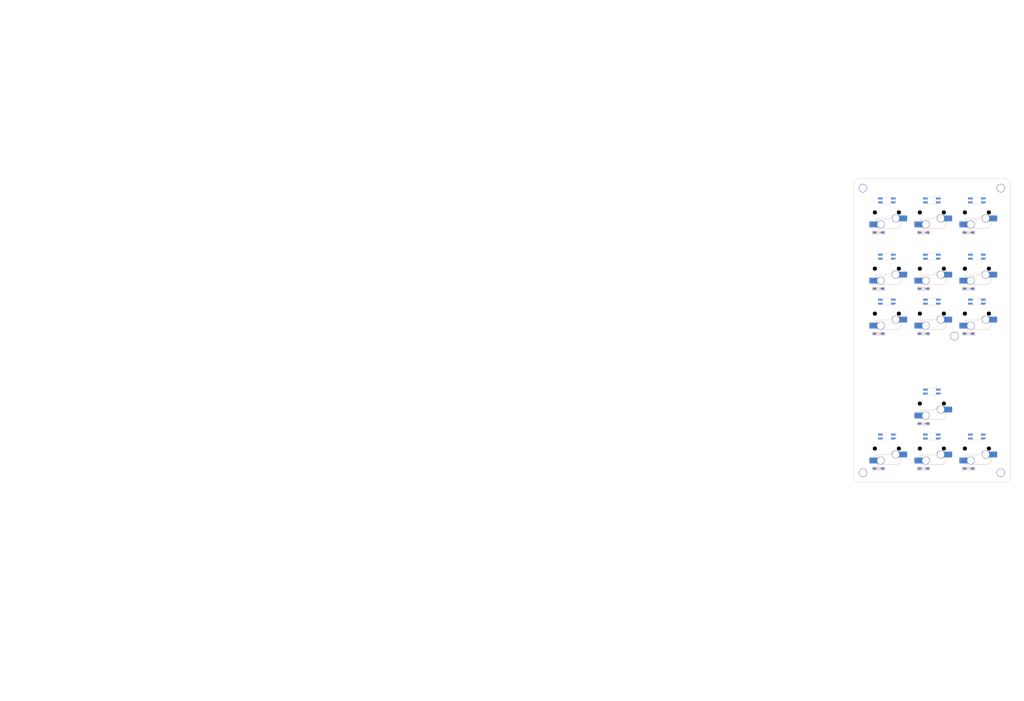
<source format=kicad_pcb>
(kicad_pcb (version 20241229) (generator "pcbnew") (generator_version "9.0")
  (title_block (title "PhaseShift") (date "2025-07-03") (rev "0.3.5") (company "Allen Choi"))
  (layers (0 "F.Cu" signal) (2 "B.Cu" signal) (13 "F.Paste" user) (15 "B.Paste" user) (5 "F.SilkS" user "F.Silkscreen") (7 "B.SilkS" user "B.Silkscreen") (1 "F.Mask" user) (3 "B.Mask" user) (25 "Edge.Cuts" user))
  (net 0 "")
  (net 1 "GND")
  (net 2 "col_1")
  (net 3 "c14_func")
  (net 4 "c14_number")
  (net 5 "c14_top")
  (net 6 "col_4")
  (net 7 "c15_func")
  (net 8 "c15_number")
  (net 9 "c15_top")
  (net 10 "col_3")
  (net 11 "c16_func")
  (net 12 "c16_number")
  (net 13 "c16_top")
  (net 14 "c15_bottom")
  (net 15 "c14_thumb")
  (net 16 "c15_thumb")
  (net 17 "c16_thumb")
  (net 18 "VCC")
  (net 19 "function")
  (net 20 "number")
  (net 21 "top")
  (net 22 "bottom")
  (net 23 "thumb")
  (footprint "TB2086_KEYSWITCH:SW_MX_HS_1u" (layer "F.Cu") (at 413.55 113.8125 180)
    (property "Reference" "S8" (hide yes))
    (property "Value" "")
    (pad "" np_thru_hole circle (at -5.08 0 180) (size 1.75 1.75) (drill 1.75) (layers "*.Mask"))
    (pad "" np_thru_hole circle (at 0 0 180) (size 3.9878 3.9878) (drill 3.9878) (layers "*.Cu" "*.Mask"))
    (pad "" np_thru_hole circle (at 5.08 0 180) (size 1.75 1.75) (drill 1.75) (layers "*.Mask"))
    (pad "1" thru_hole circle (at 2.590176 -5.06978 180) (size 3.3 3.3) (drill 3) (layers "*.Cu" "*.Mask") (net 12 "c16_number"))
    (pad "1" smd roundrect (at 5.315176 -5.06978 180) (size 4.2 2.5) (layers "B.Cu" "B.Mask" "B.Paste") (roundrect_rratio 0.1) (net 12 "c16_number"))
    (pad "2" smd roundrect (at -6.484824 -2.52978 180) (size 4.2 2.5) (layers "B.Cu" "B.Mask" "B.Paste") (roundrect_rratio 0.1) (net 10 "col_3"))
    (pad "2" thru_hole circle (at -3.759824 -2.52978 180) (size 3.3 3.3) (drill 3) (layers "*.Cu" "*.Mask") (net 10 "col_3"))
  )
  (footprint "TB2086_MISC:MountingHole_3.2mm_Pad" (layer "F.Cu") (at 423.675 79.7125)
    (property "Reference" "H2" (hide yes))
    (property "Value" "MountingHole_3.2mm_Pad")
    (pad "1" thru_hole circle (at 0 0) (size 3.5 3.5) (drill 3.2) (layers "*.Cu" "*.Mask") (net 1 "GND"))
  )
  (footprint "TB2086_MISC:MountingHole_3.2mm_Pad" (layer "F.Cu") (at 365.325 79.7125)
    (property "Reference" "H1" (hide yes))
    (property "Value" "MountingHole_3.2mm_Pad")
    (pad "1" thru_hole circle (at 0 0) (size 3.5 3.5) (drill 3.2) (layers "*.Cu" "*.Mask") (net 1 "GND"))
  )
  (footprint "TB2086_KEYSWITCH:SW_MX_HS_1u" (layer "F.Cu") (at 394.5 132.8625 180)
    (property "Reference" "S6" (hide yes))
    (property "Value" "")
    (pad "" np_thru_hole circle (at -5.08 0 180) (size 1.75 1.75) (drill 1.75) (layers "*.Mask"))
    (pad "" np_thru_hole circle (at 0 0 180) (size 3.9878 3.9878) (drill 3.9878) (layers "*.Cu" "*.Mask"))
    (pad "" np_thru_hole circle (at 5.08 0 180) (size 1.75 1.75) (drill 1.75) (layers "*.Mask"))
    (pad "1" thru_hole circle (at 2.590176 -5.06978 180) (size 3.3 3.3) (drill 3) (layers "*.Cu" "*.Mask") (net 9 "c15_top"))
    (pad "1" smd roundrect (at 5.315176 -5.06978 180) (size 4.2 2.5) (layers "B.Cu" "B.Mask" "B.Paste") (roundrect_rratio 0.1) (net 9 "c15_top"))
    (pad "2" smd roundrect (at -6.484824 -2.52978 180) (size 4.2 2.5) (layers "B.Cu" "B.Mask" "B.Paste") (roundrect_rratio 0.1) (net 6 "col_4"))
    (pad "2" thru_hole circle (at -3.759824 -2.52978 180) (size 3.3 3.3) (drill 3) (layers "*.Cu" "*.Mask") (net 6 "col_4"))
  )
  (footprint "TB2086_KEYSWITCH:SW_MX_HS_1u" (layer "F.Cu") (at 375.45 90 180)
    (property "Reference" "S1" (hide yes))
    (property "Value" "")
    (pad "" np_thru_hole circle (at -5.08 0 180) (size 1.75 1.75) (drill 1.75) (layers "*.Mask"))
    (pad "" np_thru_hole circle (at 0 0 180) (size 3.9878 3.9878) (drill 3.9878) (layers "*.Cu" "*.Mask"))
    (pad "" np_thru_hole circle (at 5.08 0 180) (size 1.75 1.75) (drill 1.75) (layers "*.Mask"))
    (pad "1" thru_hole circle (at 2.590176 -5.06978 180) (size 3.3 3.3) (drill 3) (layers "*.Cu" "*.Mask") (net 3 "c14_func"))
    (pad "1" smd roundrect (at 5.315176 -5.06978 180) (size 4.2 2.5) (layers "B.Cu" "B.Mask" "B.Paste") (roundrect_rratio 0.1) (net 3 "c14_func"))
    (pad "2" smd roundrect (at -6.484824 -2.52978 180) (size 4.2 2.5) (layers "B.Cu" "B.Mask" "B.Paste") (roundrect_rratio 0.1) (net 2 "col_1"))
    (pad "2" thru_hole circle (at -3.759824 -2.52978 180) (size 3.3 3.3) (drill 3) (layers "*.Cu" "*.Mask") (net 2 "col_1"))
  )
  (footprint "TB2086_KEYSWITCH:SW_MX_HS_1u" (layer "F.Cu") (at 375.45 190.0125 180)
    (property "Reference" "S11" (hide yes))
    (property "Value" "")
    (pad "" np_thru_hole circle (at -5.08 0 180) (size 1.75 1.75) (drill 1.75) (layers "*.Mask"))
    (pad "" np_thru_hole circle (at 0 0 180) (size 3.9878 3.9878) (drill 3.9878) (layers "*.Cu" "*.Mask"))
    (pad "" np_thru_hole circle (at 5.08 0 180) (size 1.75 1.75) (drill 1.75) (layers "*.Mask"))
    (pad "1" thru_hole circle (at 2.590176 -5.06978 180) (size 3.3 3.3) (drill 3) (layers "*.Cu" "*.Mask") (net 15 "c14_thumb"))
    (pad "1" smd roundrect (at 5.315176 -5.06978 180) (size 4.2 2.5) (layers "B.Cu" "B.Mask" "B.Paste") (roundrect_rratio 0.1) (net 15 "c14_thumb"))
    (pad "2" smd roundrect (at -6.484824 -2.52978 180) (size 4.2 2.5) (layers "B.Cu" "B.Mask" "B.Paste") (roundrect_rratio 0.1) (net 2 "col_1"))
    (pad "2" thru_hole circle (at -3.759824 -2.52978 180) (size 3.3 3.3) (drill 3) (layers "*.Cu" "*.Mask") (net 2 "col_1"))
  )
  (footprint "TB2086_KEYSWITCH:SW_MX_HS_1u" (layer "F.Cu") (at 375.45 132.8625 180)
    (property "Reference" "S3" (hide yes))
    (property "Value" "")
    (pad "" np_thru_hole circle (at -5.08 0 180) (size 1.75 1.75) (drill 1.75) (layers "*.Mask"))
    (pad "" np_thru_hole circle (at 0 0 180) (size 3.9878 3.9878) (drill 3.9878) (layers "*.Cu" "*.Mask"))
    (pad "" np_thru_hole circle (at 5.08 0 180) (size 1.75 1.75) (drill 1.75) (layers "*.Mask"))
    (pad "1" thru_hole circle (at 2.590176 -5.06978 180) (size 3.3 3.3) (drill 3) (layers "*.Cu" "*.Mask") (net 5 "c14_top"))
    (pad "1" smd roundrect (at 5.315176 -5.06978 180) (size 4.2 2.5) (layers "B.Cu" "B.Mask" "B.Paste") (roundrect_rratio 0.1) (net 5 "c14_top"))
    (pad "2" smd roundrect (at -6.484824 -2.52978 180) (size 4.2 2.5) (layers "B.Cu" "B.Mask" "B.Paste") (roundrect_rratio 0.1) (net 2 "col_1"))
    (pad "2" thru_hole circle (at -3.759824 -2.52978 180) (size 3.3 3.3) (drill 3) (layers "*.Cu" "*.Mask") (net 2 "col_1"))
  )
  (footprint "TB2086_KEYSWITCH:SW_MX_HS_1u" (layer "F.Cu") (at 413.55 190.0125 180)
    (property "Reference" "S13" (hide yes))
    (property "Value" "")
    (pad "" np_thru_hole circle (at -5.08 0 180) (size 1.75 1.75) (drill 1.75) (layers "*.Mask"))
    (pad "" np_thru_hole circle (at 0 0 180) (size 3.9878 3.9878) (drill 3.9878) (layers "*.Cu" "*.Mask"))
    (pad "" np_thru_hole circle (at 5.08 0 180) (size 1.75 1.75) (drill 1.75) (layers "*.Mask"))
    (pad "1" thru_hole circle (at 2.590176 -5.06978 180) (size 3.3 3.3) (drill 3) (layers "*.Cu" "*.Mask") (net 17 "c16_thumb"))
    (pad "1" smd roundrect (at 5.315176 -5.06978 180) (size 4.2 2.5) (layers "B.Cu" "B.Mask" "B.Paste") (roundrect_rratio 0.1) (net 17 "c16_thumb"))
    (pad "2" smd roundrect (at -6.484824 -2.52978 180) (size 4.2 2.5) (layers "B.Cu" "B.Mask" "B.Paste") (roundrect_rratio 0.1) (net 10 "col_3"))
    (pad "2" thru_hole circle (at -3.759824 -2.52978 180) (size 3.3 3.3) (drill 3) (layers "*.Cu" "*.Mask") (net 10 "col_3"))
  )
  (footprint "TB2086_KEYSWITCH:SW_MX_HS_1u" (layer "F.Cu") (at 394.5 170.9625 180)
    (property "Reference" "S10" (hide yes))
    (property "Value" "")
    (pad "" np_thru_hole circle (at -5.08 0 180) (size 1.75 1.75) (drill 1.75) (layers "*.Mask"))
    (pad "" np_thru_hole circle (at 0 0 180) (size 3.9878 3.9878) (drill 3.9878) (layers "*.Cu" "*.Mask"))
    (pad "" np_thru_hole circle (at 5.08 0 180) (size 1.75 1.75) (drill 1.75) (layers "*.Mask"))
    (pad "1" thru_hole circle (at 2.590176 -5.06978 180) (size 3.3 3.3) (drill 3) (layers "*.Cu" "*.Mask") (net 14 "c15_bottom"))
    (pad "1" smd roundrect (at 5.315176 -5.06978 180) (size 4.2 2.5) (layers "B.Cu" "B.Mask" "B.Paste") (roundrect_rratio 0.1) (net 14 "c15_bottom"))
    (pad "2" smd roundrect (at -6.484824 -2.52978 180) (size 4.2 2.5) (layers "B.Cu" "B.Mask" "B.Paste") (roundrect_rratio 0.1) (net 6 "col_4"))
    (pad "2" thru_hole circle (at -3.759824 -2.52978 180) (size 3.3 3.3) (drill 3) (layers "*.Cu" "*.Mask") (net 6 "col_4"))
  )
  (footprint "TB2086_KEYSWITCH:SW_MX_HS_1u" (layer "F.Cu") (at 375.45 113.8125 180)
    (property "Reference" "S2" (hide yes))
    (property "Value" "")
    (pad "" np_thru_hole circle (at -5.08 0 180) (size 1.75 1.75) (drill 1.75) (layers "*.Mask"))
    (pad "" np_thru_hole circle (at 0 0 180) (size 3.9878 3.9878) (drill 3.9878) (layers "*.Cu" "*.Mask"))
    (pad "" np_thru_hole circle (at 5.08 0 180) (size 1.75 1.75) (drill 1.75) (layers "*.Mask"))
    (pad "1" thru_hole circle (at 2.590176 -5.06978 180) (size 3.3 3.3) (drill 3) (layers "*.Cu" "*.Mask") (net 4 "c14_number"))
    (pad "1" smd roundrect (at 5.315176 -5.06978 180) (size 4.2 2.5) (layers "B.Cu" "B.Mask" "B.Paste") (roundrect_rratio 0.1) (net 4 "c14_number"))
    (pad "2" smd roundrect (at -6.484824 -2.52978 180) (size 4.2 2.5) (layers "B.Cu" "B.Mask" "B.Paste") (roundrect_rratio 0.1) (net 2 "col_1"))
    (pad "2" thru_hole circle (at -3.759824 -2.52978 180) (size 3.3 3.3) (drill 3) (layers "*.Cu" "*.Mask") (net 2 "col_1"))
  )
  (footprint "TB2086_MISC:MountingHole_3.2mm_Pad" (layer "F.Cu") (at 365.325 200.3)
    (property "Reference" "H4" (hide yes))
    (property "Value" "MountingHole_3.2mm_Pad")
    (pad "1" thru_hole circle (at 0 0) (size 3.5 3.5) (drill 3.2) (layers "*.Cu" "*.Mask") (net 1 "GND"))
  )
  (footprint "TB2086_KEYSWITCH:SW_MX_HS_1u" (layer "F.Cu") (at 413.55 132.8625 180)
    (property "Reference" "S9" (hide yes))
    (property "Value" "")
    (pad "" np_thru_hole circle (at -5.08 0 180) (size 1.75 1.75) (drill 1.75) (layers "*.Mask"))
    (pad "" np_thru_hole circle (at 0 0 180) (size 3.9878 3.9878) (drill 3.9878) (layers "*.Cu" "*.Mask"))
    (pad "" np_thru_hole circle (at 5.08 0 180) (size 1.75 1.75) (drill 1.75) (layers "*.Mask"))
    (pad "1" thru_hole circle (at 2.590176 -5.06978 180) (size 3.3 3.3) (drill 3) (layers "*.Cu" "*.Mask") (net 13 "c16_top"))
    (pad "1" smd roundrect (at 5.315176 -5.06978 180) (size 4.2 2.5) (layers "B.Cu" "B.Mask" "B.Paste") (roundrect_rratio 0.1) (net 13 "c16_top"))
    (pad "2" smd roundrect (at -6.484824 -2.52978 180) (size 4.2 2.5) (layers "B.Cu" "B.Mask" "B.Paste") (roundrect_rratio 0.1) (net 10 "col_3"))
    (pad "2" thru_hole circle (at -3.759824 -2.52978 180) (size 3.3 3.3) (drill 3) (layers "*.Cu" "*.Mask") (net 10 "col_3"))
  )
  (footprint "TB2086_MISC:MountingHole_3.2mm_Pad" (layer "F.Cu") (at 423.675 200.3)
    (property "Reference" "H3" (hide yes))
    (property "Value" "MountingHole_3.2mm_Pad")
    (pad "1" thru_hole circle (at 0 0) (size 3.5 3.5) (drill 3.2) (layers "*.Cu" "*.Mask") (net 1 "GND"))
  )
  (footprint "TB2086_KEYSWITCH:SW_MX_HS_1u" (layer "F.Cu") (at 413.55 90 180)
    (property "Reference" "S7" (hide yes))
    (property "Value" "")
    (pad "" np_thru_hole circle (at -5.08 0 180) (size 1.75 1.75) (drill 1.75) (layers "*.Mask"))
    (pad "" np_thru_hole circle (at 0 0 180) (size 3.9878 3.9878) (drill 3.9878) (layers "*.Cu" "*.Mask"))
    (pad "" np_thru_hole circle (at 5.08 0 180) (size 1.75 1.75) (drill 1.75) (layers "*.Mask"))
    (pad "1" thru_hole circle (at 2.590176 -5.06978 180) (size 3.3 3.3) (drill 3) (layers "*.Cu" "*.Mask") (net 11 "c16_func"))
    (pad "1" smd roundrect (at 5.315176 -5.06978 180) (size 4.2 2.5) (layers "B.Cu" "B.Mask" "B.Paste") (roundrect_rratio 0.1) (net 11 "c16_func"))
    (pad "2" smd roundrect (at -6.484824 -2.52978 180) (size 4.2 2.5) (layers "B.Cu" "B.Mask" "B.Paste") (roundrect_rratio 0.1) (net 10 "col_3"))
    (pad "2" thru_hole circle (at -3.759824 -2.52978 180) (size 3.3 3.3) (drill 3) (layers "*.Cu" "*.Mask") (net 10 "col_3"))
  )
  (footprint "TB2086_KEYSWITCH:SW_MX_HS_1u" (layer "F.Cu") (at 394.5 113.8125 180)
    (property "Reference" "S5" (hide yes))
    (property "Value" "")
    (pad "" np_thru_hole circle (at -5.08 0 180) (size 1.75 1.75) (drill 1.75) (layers "*.Mask"))
    (pad "" np_thru_hole circle (at 0 0 180) (size 3.9878 3.9878) (drill 3.9878) (layers "*.Cu" "*.Mask"))
    (pad "" np_thru_hole circle (at 5.08 0 180) (size 1.75 1.75) (drill 1.75) (layers "*.Mask"))
    (pad "1" thru_hole circle (at 2.590176 -5.06978 180) (size 3.3 3.3) (drill 3) (layers "*.Cu" "*.Mask") (net 8 "c15_number"))
    (pad "1" smd roundrect (at 5.315176 -5.06978 180) (size 4.2 2.5) (layers "B.Cu" "B.Mask" "B.Paste") (roundrect_rratio 0.1) (net 8 "c15_number"))
    (pad "2" smd roundrect (at -6.484824 -2.52978 180) (size 4.2 2.5) (layers "B.Cu" "B.Mask" "B.Paste") (roundrect_rratio 0.1) (net 6 "col_4"))
    (pad "2" thru_hole circle (at -3.759824 -2.52978 180) (size 3.3 3.3) (drill 3) (layers "*.Cu" "*.Mask") (net 6 "col_4"))
  )
  (footprint "TB2086_MISC:MountingHole_3.2mm_Pad" (layer "F.Cu") (at 404.025 142.3875)
    (property "Reference" "H5" (hide yes))
    (property "Value" "MountingHole_3.2mm_Pad")
    (pad "1" thru_hole circle (at 0 0) (size 3.5 3.5) (drill 3.2) (layers "*.Cu" "*.Mask") (net 1 "GND"))
  )
  (footprint "TB2086_KEYSWITCH:SW_MX_HS_1u" (layer "F.Cu") (at 394.5 190.0125 180)
    (property "Reference" "S12" (hide yes))
    (property "Value" "")
    (pad "" np_thru_hole circle (at -5.08 0 180) (size 1.75 1.75) (drill 1.75) (layers "*.Mask"))
    (pad "" np_thru_hole circle (at 0 0 180) (size 3.9878 3.9878) (drill 3.9878) (layers "*.Cu" "*.Mask"))
    (pad "" np_thru_hole circle (at 5.08 0 180) (size 1.75 1.75) (drill 1.75) (layers "*.Mask"))
    (pad "1" thru_hole circle (at 2.590176 -5.06978 180) (size 3.3 3.3) (drill 3) (layers "*.Cu" "*.Mask") (net 16 "c15_thumb"))
    (pad "1" smd roundrect (at 5.315176 -5.06978 180) (size 4.2 2.5) (layers "B.Cu" "B.Mask" "B.Paste") (roundrect_rratio 0.1) (net 16 "c15_thumb"))
    (pad "2" smd roundrect (at -6.484824 -2.52978 180) (size 4.2 2.5) (layers "B.Cu" "B.Mask" "B.Paste") (roundrect_rratio 0.1) (net 6 "col_4"))
    (pad "2" thru_hole circle (at -3.759824 -2.52978 180) (size 3.3 3.3) (drill 3) (layers "*.Cu" "*.Mask") (net 6 "col_4"))
  )
  (footprint "TB2086_KEYSWITCH:SW_MX_HS_1u" (layer "F.Cu") (at 394.5 90 180)
    (property "Reference" "S4" (hide yes))
    (property "Value" "")
    (pad "" np_thru_hole circle (at -5.08 0 180) (size 1.75 1.75) (drill 1.75) (layers "*.Mask"))
    (pad "" np_thru_hole circle (at 0 0 180) (size 3.9878 3.9878) (drill 3.9878) (layers "*.Cu" "*.Mask"))
    (pad "" np_thru_hole circle (at 5.08 0 180) (size 1.75 1.75) (drill 1.75) (layers "*.Mask"))
    (pad "1" thru_hole circle (at 2.590176 -5.06978 180) (size 3.3 3.3) (drill 3) (layers "*.Cu" "*.Mask") (net 7 "c15_func"))
    (pad "1" smd roundrect (at 5.315176 -5.06978 180) (size 4.2 2.5) (layers "B.Cu" "B.Mask" "B.Paste") (roundrect_rratio 0.1) (net 7 "c15_func"))
    (pad "2" smd roundrect (at -6.484824 -2.52978 180) (size 4.2 2.5) (layers "B.Cu" "B.Mask" "B.Paste") (roundrect_rratio 0.1) (net 6 "col_4"))
    (pad "2" thru_hole circle (at -3.759824 -2.52978 180) (size 3.3 3.3) (drill 3) (layers "*.Cu" "*.Mask") (net 6 "col_4"))
  )
  (footprint "TB2086_LED:LED_SK6812MINI-E" (layer "B.Cu") (at 375.45 84.92)
    (property "Reference" "L1")
    (property "Value" "TB2086_LED:LED_SK6812MINI-E" (hide yes))
    (fp_line (start -1.7 -1.5) (end 1.7 -1.5) (stroke (width 0.12)) (layer "Edge.Cuts"))
    (fp_line (start -1.7 1.5) (end -1.7 -1.5) (stroke (width 0.12)) (layer "Edge.Cuts"))
    (fp_line (start 1.7 -1.5) (end 1.7 1.5) (stroke (width 0.12)) (layer "Edge.Cuts"))
    (fp_line (start 1.7 1.5) (end -1.7 1.5) (stroke (width 0.12)) (layer "Edge.Cuts"))
    (pad "1" smd rect (at -2.75 -0.85) (size 1.9 0.82) (layers "B.Cu" "B.Mask" "B.Paste") (net 18 "VCC"))
    (pad "2" smd rect (at -2.75 0.85) (size 1.9 0.82) (layers "B.Cu" "B.Mask" "B.Paste"))
    (pad "3" smd roundrect (at 2.75 0.85) (size 1.9 0.82) (layers "B.Cu" "B.Mask" "B.Paste") (roundrect_rratio 0) (chamfer_ratio 0.5) (chamfer bottom_right) (net 1 "GND"))
    (pad "4" smd rect (at 2.75 -0.85) (size 1.9 0.82) (layers "B.Cu" "B.Mask" "B.Paste"))
  )
  (footprint "TB2086_LED:LED_SK6812MINI-E" (layer "B.Cu") (at 413.55 127.7825)
    (property "Reference" "L9")
    (property "Value" "TB2086_LED:LED_SK6812MINI-E" (hide yes))
    (fp_line (start -1.7 -1.5) (end 1.7 -1.5) (stroke (width 0.12)) (layer "Edge.Cuts"))
    (fp_line (start -1.7 1.5) (end -1.7 -1.5) (stroke (width 0.12)) (layer "Edge.Cuts"))
    (fp_line (start 1.7 -1.5) (end 1.7 1.5) (stroke (width 0.12)) (layer "Edge.Cuts"))
    (fp_line (start 1.7 1.5) (end -1.7 1.5) (stroke (width 0.12)) (layer "Edge.Cuts"))
    (pad "1" smd rect (at -2.75 -0.85) (size 1.9 0.82) (layers "B.Cu" "B.Mask" "B.Paste") (net 18 "VCC"))
    (pad "2" smd rect (at -2.75 0.85) (size 1.9 0.82) (layers "B.Cu" "B.Mask" "B.Paste"))
    (pad "3" smd roundrect (at 2.75 0.85) (size 1.9 0.82) (layers "B.Cu" "B.Mask" "B.Paste") (roundrect_rratio 0) (chamfer_ratio 0.5) (chamfer bottom_right) (net 1 "GND"))
    (pad "4" smd rect (at 2.75 -0.85) (size 1.9 0.82) (layers "B.Cu" "B.Mask" "B.Paste"))
  )
  (footprint "TB2086_SMD:D3_SMD" (layer "B.Cu") (at 410.05 98.5 180)
    (property "Reference" "D7" (hide yes))
    (property "Value" "")
    (pad "1" smd rect (at -1.775 0 180) (size 1.3 0.95) (layers "B.Cu" "B.Mask" "B.Paste") (net 19 "function"))
    (pad "1" smd rect (at -1.2 0 180) (size 0.6 0.4) (layers "B.Cu" "B.Mask" "B.Paste") (net 19 "function"))
    (pad "1" thru_hole circle (at -0.889 0 180) (size 0.5 0.5) (drill 0.3) (layers "*.Cu" "*.Mask") (net 19 "function"))
    (pad "2" thru_hole circle (at 0.889 0 180) (size 0.5 0.5) (drill 0.3) (layers "*.Cu" "*.Mask") (net 11 "c16_func"))
    (pad "2" smd rect (at 1.2 0 180) (size 0.6 0.4) (layers "B.Cu" "B.Mask" "B.Paste") (net 11 "c16_func"))
    (pad "2" smd rect (at 1.775 0 180) (size 1.3 0.95) (layers "B.Cu" "B.Mask" "B.Paste") (net 11 "c16_func"))
  )
  (footprint "TB2086_SMD:D3_SMD" (layer "B.Cu") (at 391 198.5125 180)
    (property "Reference" "D12" (hide yes))
    (property "Value" "")
    (pad "1" smd rect (at -1.775 0 180) (size 1.3 0.95) (layers "B.Cu" "B.Mask" "B.Paste") (net 23 "thumb"))
    (pad "1" smd rect (at -1.2 0 180) (size 0.6 0.4) (layers "B.Cu" "B.Mask" "B.Paste") (net 23 "thumb"))
    (pad "1" thru_hole circle (at -0.889 0 180) (size 0.5 0.5) (drill 0.3) (layers "*.Cu" "*.Mask") (net 23 "thumb"))
    (pad "2" thru_hole circle (at 0.889 0 180) (size 0.5 0.5) (drill 0.3) (layers "*.Cu" "*.Mask") (net 16 "c15_thumb"))
    (pad "2" smd rect (at 1.2 0 180) (size 0.6 0.4) (layers "B.Cu" "B.Mask" "B.Paste") (net 16 "c15_thumb"))
    (pad "2" smd rect (at 1.775 0 180) (size 1.3 0.95) (layers "B.Cu" "B.Mask" "B.Paste") (net 16 "c15_thumb"))
  )
  (footprint "TB2086_LED:LED_SK6812MINI-E" (layer "B.Cu") (at 413.55 184.9325)
    (property "Reference" "L13")
    (property "Value" "TB2086_LED:LED_SK6812MINI-E" (hide yes))
    (fp_line (start -1.7 -1.5) (end 1.7 -1.5) (stroke (width 0.12)) (layer "Edge.Cuts"))
    (fp_line (start -1.7 1.5) (end -1.7 -1.5) (stroke (width 0.12)) (layer "Edge.Cuts"))
    (fp_line (start 1.7 -1.5) (end 1.7 1.5) (stroke (width 0.12)) (layer "Edge.Cuts"))
    (fp_line (start 1.7 1.5) (end -1.7 1.5) (stroke (width 0.12)) (layer "Edge.Cuts"))
    (pad "1" smd rect (at -2.75 -0.85) (size 1.9 0.82) (layers "B.Cu" "B.Mask" "B.Paste") (net 18 "VCC"))
    (pad "2" smd rect (at -2.75 0.85) (size 1.9 0.82) (layers "B.Cu" "B.Mask" "B.Paste"))
    (pad "3" smd roundrect (at 2.75 0.85) (size 1.9 0.82) (layers "B.Cu" "B.Mask" "B.Paste") (roundrect_rratio 0) (chamfer_ratio 0.5) (chamfer bottom_right) (net 1 "GND"))
    (pad "4" smd rect (at 2.75 -0.85) (size 1.9 0.82) (layers "B.Cu" "B.Mask" "B.Paste"))
  )
  (footprint "TB2086_SMD:D3_SMD" (layer "B.Cu") (at 371.95 98.5 180)
    (property "Reference" "D1" (hide yes))
    (property "Value" "")
    (pad "1" smd rect (at -1.775 0 180) (size 1.3 0.95) (layers "B.Cu" "B.Mask" "B.Paste") (net 19 "function"))
    (pad "1" smd rect (at -1.2 0 180) (size 0.6 0.4) (layers "B.Cu" "B.Mask" "B.Paste") (net 19 "function"))
    (pad "1" thru_hole circle (at -0.889 0 180) (size 0.5 0.5) (drill 0.3) (layers "*.Cu" "*.Mask") (net 19 "function"))
    (pad "2" thru_hole circle (at 0.889 0 180) (size 0.5 0.5) (drill 0.3) (layers "*.Cu" "*.Mask") (net 3 "c14_func"))
    (pad "2" smd rect (at 1.2 0 180) (size 0.6 0.4) (layers "B.Cu" "B.Mask" "B.Paste") (net 3 "c14_func"))
    (pad "2" smd rect (at 1.775 0 180) (size 1.3 0.95) (layers "B.Cu" "B.Mask" "B.Paste") (net 3 "c14_func"))
  )
  (footprint "TB2086_LED:LED_SK6812MINI-E" (layer "B.Cu") (at 375.45 127.7825)
    (property "Reference" "L3")
    (property "Value" "TB2086_LED:LED_SK6812MINI-E" (hide yes))
    (fp_line (start -1.7 -1.5) (end 1.7 -1.5) (stroke (width 0.12)) (layer "Edge.Cuts"))
    (fp_line (start -1.7 1.5) (end -1.7 -1.5) (stroke (width 0.12)) (layer "Edge.Cuts"))
    (fp_line (start 1.7 -1.5) (end 1.7 1.5) (stroke (width 0.12)) (layer "Edge.Cuts"))
    (fp_line (start 1.7 1.5) (end -1.7 1.5) (stroke (width 0.12)) (layer "Edge.Cuts"))
    (pad "1" smd rect (at -2.75 -0.85) (size 1.9 0.82) (layers "B.Cu" "B.Mask" "B.Paste") (net 18 "VCC"))
    (pad "2" smd rect (at -2.75 0.85) (size 1.9 0.82) (layers "B.Cu" "B.Mask" "B.Paste"))
    (pad "3" smd roundrect (at 2.75 0.85) (size 1.9 0.82) (layers "B.Cu" "B.Mask" "B.Paste") (roundrect_rratio 0) (chamfer_ratio 0.5) (chamfer bottom_right) (net 1 "GND"))
    (pad "4" smd rect (at 2.75 -0.85) (size 1.9 0.82) (layers "B.Cu" "B.Mask" "B.Paste"))
  )
  (footprint "TB2086_SMD:D3_SMD" (layer "B.Cu") (at 410.05 198.5125 180)
    (property "Reference" "D13" (hide yes))
    (property "Value" "")
    (pad "1" smd rect (at -1.775 0 180) (size 1.3 0.95) (layers "B.Cu" "B.Mask" "B.Paste") (net 23 "thumb"))
    (pad "1" smd rect (at -1.2 0 180) (size 0.6 0.4) (layers "B.Cu" "B.Mask" "B.Paste") (net 23 "thumb"))
    (pad "1" thru_hole circle (at -0.889 0 180) (size 0.5 0.5) (drill 0.3) (layers "*.Cu" "*.Mask") (net 23 "thumb"))
    (pad "2" thru_hole circle (at 0.889 0 180) (size 0.5 0.5) (drill 0.3) (layers "*.Cu" "*.Mask") (net 17 "c16_thumb"))
    (pad "2" smd rect (at 1.2 0 180) (size 0.6 0.4) (layers "B.Cu" "B.Mask" "B.Paste") (net 17 "c16_thumb"))
    (pad "2" smd rect (at 1.775 0 180) (size 1.3 0.95) (layers "B.Cu" "B.Mask" "B.Paste") (net 17 "c16_thumb"))
  )
  (footprint "TB2086_LED:LED_SK6812MINI-E" (layer "B.Cu") (at 394.5 165.8825)
    (property "Reference" "L10")
    (property "Value" "TB2086_LED:LED_SK6812MINI-E" (hide yes))
    (fp_line (start -1.7 -1.5) (end 1.7 -1.5) (stroke (width 0.12)) (layer "Edge.Cuts"))
    (fp_line (start -1.7 1.5) (end -1.7 -1.5) (stroke (width 0.12)) (layer "Edge.Cuts"))
    (fp_line (start 1.7 -1.5) (end 1.7 1.5) (stroke (width 0.12)) (layer "Edge.Cuts"))
    (fp_line (start 1.7 1.5) (end -1.7 1.5) (stroke (width 0.12)) (layer "Edge.Cuts"))
    (pad "1" smd rect (at -2.75 -0.85) (size 1.9 0.82) (layers "B.Cu" "B.Mask" "B.Paste") (net 18 "VCC"))
    (pad "2" smd rect (at -2.75 0.85) (size 1.9 0.82) (layers "B.Cu" "B.Mask" "B.Paste"))
    (pad "3" smd roundrect (at 2.75 0.85) (size 1.9 0.82) (layers "B.Cu" "B.Mask" "B.Paste") (roundrect_rratio 0) (chamfer_ratio 0.5) (chamfer bottom_right) (net 1 "GND"))
    (pad "4" smd rect (at 2.75 -0.85) (size 1.9 0.82) (layers "B.Cu" "B.Mask" "B.Paste"))
  )
  (footprint "TB2086_LED:LED_SK6812MINI-E" (layer "B.Cu") (at 394.5 84.92)
    (property "Reference" "L4")
    (property "Value" "TB2086_LED:LED_SK6812MINI-E" (hide yes))
    (fp_line (start -1.7 -1.5) (end 1.7 -1.5) (stroke (width 0.12)) (layer "Edge.Cuts"))
    (fp_line (start -1.7 1.5) (end -1.7 -1.5) (stroke (width 0.12)) (layer "Edge.Cuts"))
    (fp_line (start 1.7 -1.5) (end 1.7 1.5) (stroke (width 0.12)) (layer "Edge.Cuts"))
    (fp_line (start 1.7 1.5) (end -1.7 1.5) (stroke (width 0.12)) (layer "Edge.Cuts"))
    (pad "1" smd rect (at -2.75 -0.85) (size 1.9 0.82) (layers "B.Cu" "B.Mask" "B.Paste") (net 18 "VCC"))
    (pad "2" smd rect (at -2.75 0.85) (size 1.9 0.82) (layers "B.Cu" "B.Mask" "B.Paste"))
    (pad "3" smd roundrect (at 2.75 0.85) (size 1.9 0.82) (layers "B.Cu" "B.Mask" "B.Paste") (roundrect_rratio 0) (chamfer_ratio 0.5) (chamfer bottom_right) (net 1 "GND"))
    (pad "4" smd rect (at 2.75 -0.85) (size 1.9 0.82) (layers "B.Cu" "B.Mask" "B.Paste"))
  )
  (footprint "TB2086_LED:LED_SK6812MINI-E" (layer "B.Cu") (at 375.45 108.7325)
    (property "Reference" "L2")
    (property "Value" "TB2086_LED:LED_SK6812MINI-E" (hide yes))
    (fp_line (start -1.7 -1.5) (end 1.7 -1.5) (stroke (width 0.12)) (layer "Edge.Cuts"))
    (fp_line (start -1.7 1.5) (end -1.7 -1.5) (stroke (width 0.12)) (layer "Edge.Cuts"))
    (fp_line (start 1.7 -1.5) (end 1.7 1.5) (stroke (width 0.12)) (layer "Edge.Cuts"))
    (fp_line (start 1.7 1.5) (end -1.7 1.5) (stroke (width 0.12)) (layer "Edge.Cuts"))
    (pad "1" smd rect (at -2.75 -0.85) (size 1.9 0.82) (layers "B.Cu" "B.Mask" "B.Paste") (net 18 "VCC"))
    (pad "2" smd rect (at -2.75 0.85) (size 1.9 0.82) (layers "B.Cu" "B.Mask" "B.Paste"))
    (pad "3" smd roundrect (at 2.75 0.85) (size 1.9 0.82) (layers "B.Cu" "B.Mask" "B.Paste") (roundrect_rratio 0) (chamfer_ratio 0.5) (chamfer bottom_right) (net 1 "GND"))
    (pad "4" smd rect (at 2.75 -0.85) (size 1.9 0.82) (layers "B.Cu" "B.Mask" "B.Paste"))
  )
  (footprint "TB2086_LED:LED_SK6812MINI-E" (layer "B.Cu") (at 394.5 184.9325)
    (property "Reference" "L12")
    (property "Value" "TB2086_LED:LED_SK6812MINI-E" (hide yes))
    (fp_line (start -1.7 -1.5) (end 1.7 -1.5) (stroke (width 0.12)) (layer "Edge.Cuts"))
    (fp_line (start -1.7 1.5) (end -1.7 -1.5) (stroke (width 0.12)) (layer "Edge.Cuts"))
    (fp_line (start 1.7 -1.5) (end 1.7 1.5) (stroke (width 0.12)) (layer "Edge.Cuts"))
    (fp_line (start 1.7 1.5) (end -1.7 1.5) (stroke (width 0.12)) (layer "Edge.Cuts"))
    (pad "1" smd rect (at -2.75 -0.85) (size 1.9 0.82) (layers "B.Cu" "B.Mask" "B.Paste") (net 18 "VCC"))
    (pad "2" smd rect (at -2.75 0.85) (size 1.9 0.82) (layers "B.Cu" "B.Mask" "B.Paste"))
    (pad "3" smd roundrect (at 2.75 0.85) (size 1.9 0.82) (layers "B.Cu" "B.Mask" "B.Paste") (roundrect_rratio 0) (chamfer_ratio 0.5) (chamfer bottom_right) (net 1 "GND"))
    (pad "4" smd rect (at 2.75 -0.85) (size 1.9 0.82) (layers "B.Cu" "B.Mask" "B.Paste"))
  )
  (footprint "TB2086_SMD:D3_SMD" (layer "B.Cu") (at 410.05 122.3125 180)
    (property "Reference" "D8" (hide yes))
    (property "Value" "")
    (pad "1" smd rect (at -1.775 0 180) (size 1.3 0.95) (layers "B.Cu" "B.Mask" "B.Paste") (net 20 "number"))
    (pad "1" smd rect (at -1.2 0 180) (size 0.6 0.4) (layers "B.Cu" "B.Mask" "B.Paste") (net 20 "number"))
    (pad "1" thru_hole circle (at -0.889 0 180) (size 0.5 0.5) (drill 0.3) (layers "*.Cu" "*.Mask") (net 20 "number"))
    (pad "2" thru_hole circle (at 0.889 0 180) (size 0.5 0.5) (drill 0.3) (layers "*.Cu" "*.Mask") (net 12 "c16_number"))
    (pad "2" smd rect (at 1.2 0 180) (size 0.6 0.4) (layers "B.Cu" "B.Mask" "B.Paste") (net 12 "c16_number"))
    (pad "2" smd rect (at 1.775 0 180) (size 1.3 0.95) (layers "B.Cu" "B.Mask" "B.Paste") (net 12 "c16_number"))
  )
  (footprint "TB2086_SMD:D3_SMD" (layer "B.Cu") (at 391 141.3625 180)
    (property "Reference" "D6" (hide yes))
    (property "Value" "")
    (pad "1" smd rect (at -1.775 0 180) (size 1.3 0.95) (layers "B.Cu" "B.Mask" "B.Paste") (net 21 "top"))
    (pad "1" smd rect (at -1.2 0 180) (size 0.6 0.4) (layers "B.Cu" "B.Mask" "B.Paste") (net 21 "top"))
    (pad "1" thru_hole circle (at -0.889 0 180) (size 0.5 0.5) (drill 0.3) (layers "*.Cu" "*.Mask") (net 21 "top"))
    (pad "2" thru_hole circle (at 0.889 0 180) (size 0.5 0.5) (drill 0.3) (layers "*.Cu" "*.Mask") (net 9 "c15_top"))
    (pad "2" smd rect (at 1.2 0 180) (size 0.6 0.4) (layers "B.Cu" "B.Mask" "B.Paste") (net 9 "c15_top"))
    (pad "2" smd rect (at 1.775 0 180) (size 1.3 0.95) (layers "B.Cu" "B.Mask" "B.Paste") (net 9 "c15_top"))
  )
  (footprint "TB2086_LED:LED_SK6812MINI-E" (layer "B.Cu") (at 413.55 84.92)
    (property "Reference" "L7")
    (property "Value" "TB2086_LED:LED_SK6812MINI-E" (hide yes))
    (fp_line (start -1.7 -1.5) (end 1.7 -1.5) (stroke (width 0.12)) (layer "Edge.Cuts"))
    (fp_line (start -1.7 1.5) (end -1.7 -1.5) (stroke (width 0.12)) (layer "Edge.Cuts"))
    (fp_line (start 1.7 -1.5) (end 1.7 1.5) (stroke (width 0.12)) (layer "Edge.Cuts"))
    (fp_line (start 1.7 1.5) (end -1.7 1.5) (stroke (width 0.12)) (layer "Edge.Cuts"))
    (pad "1" smd rect (at -2.75 -0.85) (size 1.9 0.82) (layers "B.Cu" "B.Mask" "B.Paste") (net 18 "VCC"))
    (pad "2" smd rect (at -2.75 0.85) (size 1.9 0.82) (layers "B.Cu" "B.Mask" "B.Paste"))
    (pad "3" smd roundrect (at 2.75 0.85) (size 1.9 0.82) (layers "B.Cu" "B.Mask" "B.Paste") (roundrect_rratio 0) (chamfer_ratio 0.5) (chamfer bottom_right) (net 1 "GND"))
    (pad "4" smd rect (at 2.75 -0.85) (size 1.9 0.82) (layers "B.Cu" "B.Mask" "B.Paste"))
  )
  (footprint "TB2086_LED:LED_SK6812MINI-E" (layer "B.Cu") (at 394.5 108.7325)
    (property "Reference" "L5")
    (property "Value" "TB2086_LED:LED_SK6812MINI-E" (hide yes))
    (fp_line (start -1.7 -1.5) (end 1.7 -1.5) (stroke (width 0.12)) (layer "Edge.Cuts"))
    (fp_line (start -1.7 1.5) (end -1.7 -1.5) (stroke (width 0.12)) (layer "Edge.Cuts"))
    (fp_line (start 1.7 -1.5) (end 1.7 1.5) (stroke (width 0.12)) (layer "Edge.Cuts"))
    (fp_line (start 1.7 1.5) (end -1.7 1.5) (stroke (width 0.12)) (layer "Edge.Cuts"))
    (pad "1" smd rect (at -2.75 -0.85) (size 1.9 0.82) (layers "B.Cu" "B.Mask" "B.Paste") (net 18 "VCC"))
    (pad "2" smd rect (at -2.75 0.85) (size 1.9 0.82) (layers "B.Cu" "B.Mask" "B.Paste"))
    (pad "3" smd roundrect (at 2.75 0.85) (size 1.9 0.82) (layers "B.Cu" "B.Mask" "B.Paste") (roundrect_rratio 0) (chamfer_ratio 0.5) (chamfer bottom_right) (net 1 "GND"))
    (pad "4" smd rect (at 2.75 -0.85) (size 1.9 0.82) (layers "B.Cu" "B.Mask" "B.Paste"))
  )
  (footprint "TB2086_SMD:D3_SMD" (layer "B.Cu") (at 371.95 198.5125 180)
    (property "Reference" "D11" (hide yes))
    (property "Value" "")
    (pad "1" smd rect (at -1.775 0 180) (size 1.3 0.95) (layers "B.Cu" "B.Mask" "B.Paste") (net 23 "thumb"))
    (pad "1" smd rect (at -1.2 0 180) (size 0.6 0.4) (layers "B.Cu" "B.Mask" "B.Paste") (net 23 "thumb"))
    (pad "1" thru_hole circle (at -0.889 0 180) (size 0.5 0.5) (drill 0.3) (layers "*.Cu" "*.Mask") (net 23 "thumb"))
    (pad "2" thru_hole circle (at 0.889 0 180) (size 0.5 0.5) (drill 0.3) (layers "*.Cu" "*.Mask") (net 15 "c14_thumb"))
    (pad "2" smd rect (at 1.2 0 180) (size 0.6 0.4) (layers "B.Cu" "B.Mask" "B.Paste") (net 15 "c14_thumb"))
    (pad "2" smd rect (at 1.775 0 180) (size 1.3 0.95) (layers "B.Cu" "B.Mask" "B.Paste") (net 15 "c14_thumb"))
  )
  (footprint "TB2086_SMD:D3_SMD" (layer "B.Cu") (at 410.05 141.3625 180)
    (property "Reference" "D9" (hide yes))
    (property "Value" "")
    (pad "1" smd rect (at -1.775 0 180) (size 1.3 0.95) (layers "B.Cu" "B.Mask" "B.Paste") (net 21 "top"))
    (pad "1" smd rect (at -1.2 0 180) (size 0.6 0.4) (layers "B.Cu" "B.Mask" "B.Paste") (net 21 "top"))
    (pad "1" thru_hole circle (at -0.889 0 180) (size 0.5 0.5) (drill 0.3) (layers "*.Cu" "*.Mask") (net 21 "top"))
    (pad "2" thru_hole circle (at 0.889 0 180) (size 0.5 0.5) (drill 0.3) (layers "*.Cu" "*.Mask") (net 13 "c16_top"))
    (pad "2" smd rect (at 1.2 0 180) (size 0.6 0.4) (layers "B.Cu" "B.Mask" "B.Paste") (net 13 "c16_top"))
    (pad "2" smd rect (at 1.775 0 180) (size 1.3 0.95) (layers "B.Cu" "B.Mask" "B.Paste") (net 13 "c16_top"))
  )
  (footprint "TB2086_SMD:D3_SMD" (layer "B.Cu") (at 371.95 122.3125 180)
    (property "Reference" "D2" (hide yes))
    (property "Value" "")
    (pad "1" smd rect (at -1.775 0 180) (size 1.3 0.95) (layers "B.Cu" "B.Mask" "B.Paste") (net 20 "number"))
    (pad "1" smd rect (at -1.2 0 180) (size 0.6 0.4) (layers "B.Cu" "B.Mask" "B.Paste") (net 20 "number"))
    (pad "1" thru_hole circle (at -0.889 0 180) (size 0.5 0.5) (drill 0.3) (layers "*.Cu" "*.Mask") (net 20 "number"))
    (pad "2" thru_hole circle (at 0.889 0 180) (size 0.5 0.5) (drill 0.3) (layers "*.Cu" "*.Mask") (net 4 "c14_number"))
    (pad "2" smd rect (at 1.2 0 180) (size 0.6 0.4) (layers "B.Cu" "B.Mask" "B.Paste") (net 4 "c14_number"))
    (pad "2" smd rect (at 1.775 0 180) (size 1.3 0.95) (layers "B.Cu" "B.Mask" "B.Paste") (net 4 "c14_number"))
  )
  (footprint "TB2086_SMD:D3_SMD" (layer "B.Cu") (at 391 122.3125 180)
    (property "Reference" "D5" (hide yes))
    (property "Value" "")
    (pad "1" smd rect (at -1.775 0 180) (size 1.3 0.95) (layers "B.Cu" "B.Mask" "B.Paste") (net 20 "number"))
    (pad "1" smd rect (at -1.2 0 180) (size 0.6 0.4) (layers "B.Cu" "B.Mask" "B.Paste") (net 20 "number"))
    (pad "1" thru_hole circle (at -0.889 0 180) (size 0.5 0.5) (drill 0.3) (layers "*.Cu" "*.Mask") (net 20 "number"))
    (pad "2" thru_hole circle (at 0.889 0 180) (size 0.5 0.5) (drill 0.3) (layers "*.Cu" "*.Mask") (net 8 "c15_number"))
    (pad "2" smd rect (at 1.2 0 180) (size 0.6 0.4) (layers "B.Cu" "B.Mask" "B.Paste") (net 8 "c15_number"))
    (pad "2" smd rect (at 1.775 0 180) (size 1.3 0.95) (layers "B.Cu" "B.Mask" "B.Paste") (net 8 "c15_number"))
  )
  (footprint "TB2086_SMD:D3_SMD" (layer "B.Cu") (at 391 179.4625 180)
    (property "Reference" "D10" (hide yes))
    (property "Value" "")
    (pad "1" smd rect (at -1.775 0 180) (size 1.3 0.95) (layers "B.Cu" "B.Mask" "B.Paste") (net 22 "bottom"))
    (pad "1" smd rect (at -1.2 0 180) (size 0.6 0.4) (layers "B.Cu" "B.Mask" "B.Paste") (net 22 "bottom"))
    (pad "1" thru_hole circle (at -0.889 0 180) (size 0.5 0.5) (drill 0.3) (layers "*.Cu" "*.Mask") (net 22 "bottom"))
    (pad "2" thru_hole circle (at 0.889 0 180) (size 0.5 0.5) (drill 0.3) (layers "*.Cu" "*.Mask") (net 14 "c15_bottom"))
    (pad "2" smd rect (at 1.2 0 180) (size 0.6 0.4) (layers "B.Cu" "B.Mask" "B.Paste") (net 14 "c15_bottom"))
    (pad "2" smd rect (at 1.775 0 180) (size 1.3 0.95) (layers "B.Cu" "B.Mask" "B.Paste") (net 14 "c15_bottom"))
  )
  (footprint "TB2086_SMD:D3_SMD" (layer "B.Cu") (at 371.95 141.3625 180)
    (property "Reference" "D3" (hide yes))
    (property "Value" "")
    (pad "1" smd rect (at -1.775 0 180) (size 1.3 0.95) (layers "B.Cu" "B.Mask" "B.Paste") (net 21 "top"))
    (pad "1" smd rect (at -1.2 0 180) (size 0.6 0.4) (layers "B.Cu" "B.Mask" "B.Paste") (net 21 "top"))
    (pad "1" thru_hole circle (at -0.889 0 180) (size 0.5 0.5) (drill 0.3) (layers "*.Cu" "*.Mask") (net 21 "top"))
    (pad "2" thru_hole circle (at 0.889 0 180) (size 0.5 0.5) (drill 0.3) (layers "*.Cu" "*.Mask") (net 5 "c14_top"))
    (pad "2" smd rect (at 1.2 0 180) (size 0.6 0.4) (layers "B.Cu" "B.Mask" "B.Paste") (net 5 "c14_top"))
    (pad "2" smd rect (at 1.775 0 180) (size 1.3 0.95) (layers "B.Cu" "B.Mask" "B.Paste") (net 5 "c14_top"))
  )
  (footprint "TB2086_LED:LED_SK6812MINI-E" (layer "B.Cu") (at 375.45 184.9325)
    (property "Reference" "L11")
    (property "Value" "TB2086_LED:LED_SK6812MINI-E" (hide yes))
    (fp_line (start -1.7 -1.5) (end 1.7 -1.5) (stroke (width 0.12)) (layer "Edge.Cuts"))
    (fp_line (start -1.7 1.5) (end -1.7 -1.5) (stroke (width 0.12)) (layer "Edge.Cuts"))
    (fp_line (start 1.7 -1.5) (end 1.7 1.5) (stroke (width 0.12)) (layer "Edge.Cuts"))
    (fp_line (start 1.7 1.5) (end -1.7 1.5) (stroke (width 0.12)) (layer "Edge.Cuts"))
    (pad "1" smd rect (at -2.75 -0.85) (size 1.9 0.82) (layers "B.Cu" "B.Mask" "B.Paste") (net 18 "VCC"))
    (pad "2" smd rect (at -2.75 0.85) (size 1.9 0.82) (layers "B.Cu" "B.Mask" "B.Paste"))
    (pad "3" smd roundrect (at 2.75 0.85) (size 1.9 0.82) (layers "B.Cu" "B.Mask" "B.Paste") (roundrect_rratio 0) (chamfer_ratio 0.5) (chamfer bottom_right) (net 1 "GND"))
    (pad "4" smd rect (at 2.75 -0.85) (size 1.9 0.82) (layers "B.Cu" "B.Mask" "B.Paste"))
  )
  (footprint "TB2086_SMD:D3_SMD" (layer "B.Cu") (at 391 98.5 180)
    (property "Reference" "D4" (hide yes))
    (property "Value" "")
    (pad "1" smd rect (at -1.775 0 180) (size 1.3 0.95) (layers "B.Cu" "B.Mask" "B.Paste") (net 19 "function"))
    (pad "1" smd rect (at -1.2 0 180) (size 0.6 0.4) (layers "B.Cu" "B.Mask" "B.Paste") (net 19 "function"))
    (pad "1" thru_hole circle (at -0.889 0 180) (size 0.5 0.5) (drill 0.3) (layers "*.Cu" "*.Mask") (net 19 "function"))
    (pad "2" thru_hole circle (at 0.889 0 180) (size 0.5 0.5) (drill 0.3) (layers "*.Cu" "*.Mask") (net 7 "c15_func"))
    (pad "2" smd rect (at 1.2 0 180) (size 0.6 0.4) (layers "B.Cu" "B.Mask" "B.Paste") (net 7 "c15_func"))
    (pad "2" smd rect (at 1.775 0 180) (size 1.3 0.95) (layers "B.Cu" "B.Mask" "B.Paste") (net 7 "c15_func"))
  )
  (footprint "TB2086_LED:LED_SK6812MINI-E" (layer "B.Cu") (at 413.55 108.7325)
    (property "Reference" "L8")
    (property "Value" "TB2086_LED:LED_SK6812MINI-E" (hide yes))
    (fp_line (start -1.7 -1.5) (end 1.7 -1.5) (stroke (width 0.12)) (layer "Edge.Cuts"))
    (fp_line (start -1.7 1.5) (end -1.7 -1.5) (stroke (width 0.12)) (layer "Edge.Cuts"))
    (fp_line (start 1.7 -1.5) (end 1.7 1.5) (stroke (width 0.12)) (layer "Edge.Cuts"))
    (fp_line (start 1.7 1.5) (end -1.7 1.5) (stroke (width 0.12)) (layer "Edge.Cuts"))
    (pad "1" smd rect (at -2.75 -0.85) (size 1.9 0.82) (layers "B.Cu" "B.Mask" "B.Paste") (net 18 "VCC"))
    (pad "2" smd rect (at -2.75 0.85) (size 1.9 0.82) (layers "B.Cu" "B.Mask" "B.Paste"))
    (pad "3" smd roundrect (at 2.75 0.85) (size 1.9 0.82) (layers "B.Cu" "B.Mask" "B.Paste") (roundrect_rratio 0) (chamfer_ratio 0.5) (chamfer bottom_right) (net 1 "GND"))
    (pad "4" smd rect (at 2.75 -0.85) (size 1.9 0.82) (layers "B.Cu" "B.Mask" "B.Paste"))
  )
  (footprint "TB2086_LED:LED_SK6812MINI-E" (layer "B.Cu") (at 394.5 127.7825)
    (property "Reference" "L6")
    (property "Value" "TB2086_LED:LED_SK6812MINI-E" (hide yes))
    (fp_line (start -1.7 -1.5) (end 1.7 -1.5) (stroke (width 0.12)) (layer "Edge.Cuts"))
    (fp_line (start -1.7 1.5) (end -1.7 -1.5) (stroke (width 0.12)) (layer "Edge.Cuts"))
    (fp_line (start 1.7 -1.5) (end 1.7 1.5) (stroke (width 0.12)) (layer "Edge.Cuts"))
    (fp_line (start 1.7 1.5) (end -1.7 1.5) (stroke (width 0.12)) (layer "Edge.Cuts"))
    (pad "1" smd rect (at -2.75 -0.85) (size 1.9 0.82) (layers "B.Cu" "B.Mask" "B.Paste") (net 18 "VCC"))
    (pad "2" smd rect (at -2.75 0.85) (size 1.9 0.82) (layers "B.Cu" "B.Mask" "B.Paste"))
    (pad "3" smd roundrect (at 2.75 0.85) (size 1.9 0.82) (layers "B.Cu" "B.Mask" "B.Paste") (roundrect_rratio 0) (chamfer_ratio 0.5) (chamfer bottom_right) (net 1 "GND"))
    (pad "4" smd rect (at 2.75 -0.85) (size 1.9 0.82) (layers "B.Cu" "B.Mask" "B.Paste"))
  )
  (gr_line (start 363.325 75.7125) (end 425.675 75.7125) (stroke (width 0.15)) (layer "Edge.Cuts"))
  (gr_line (start 361.325 202.3) (end 361.325 77.7125) (stroke (width 0.15)) (layer "Edge.Cuts"))
  (gr_line (start 425.675 204.3) (end 363.325 204.3) (stroke (width 0.15)) (layer "Edge.Cuts"))
  (gr_line (start 427.675 77.7125) (end 427.675 202.3) (stroke (width 0.15)) (layer "Edge.Cuts"))
  (gr_arc (start 363.325 204.3) (mid 361.910786 203.714214) (end 361.325 202.3) (stroke (width 0.15)) (layer "Edge.Cuts"))
  (gr_arc (start 427.675 202.3) (mid 427.089214 203.714214) (end 425.675 204.3) (stroke (width 0.15)) (layer "Edge.Cuts"))
  (gr_arc (start 425.675 75.7125) (mid 427.089214 76.298286) (end 427.675 77.7125) (stroke (width 0.15)) (layer "Edge.Cuts"))
  (gr_arc (start 361.325 77.7125) (mid 361.910786 76.298286) (end 363.325 75.7125) (stroke (width 0.15)) (layer "Edge.Cuts"))
)
</source>
